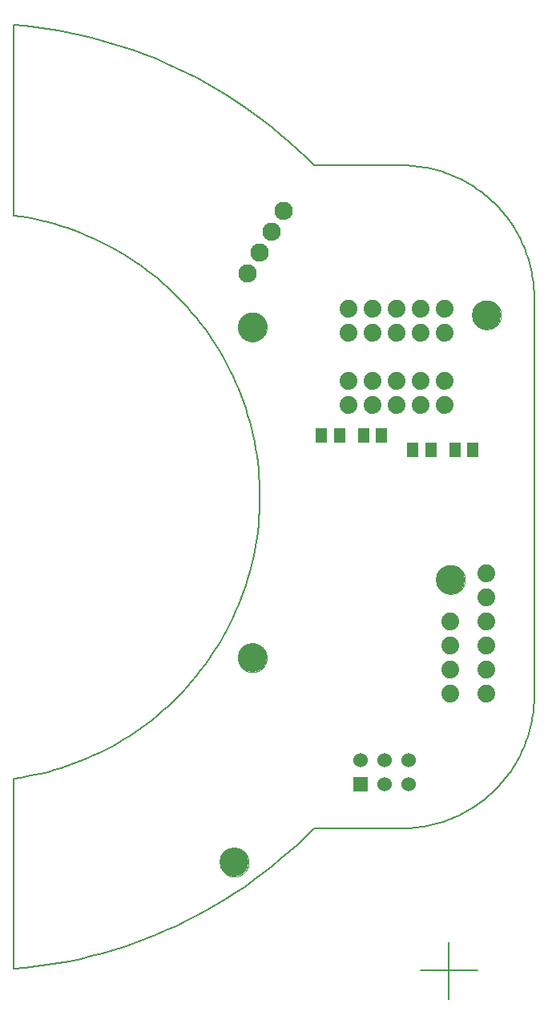
<source format=gbs>
G75*
%MOIN*%
%OFA0B0*%
%FSLAX25Y25*%
%IPPOS*%
%LPD*%
%AMOC8*
5,1,8,0,0,1.08239X$1,22.5*
%
%ADD10C,0.00600*%
%ADD11C,0.00000*%
%ADD12C,0.12000*%
%ADD13C,0.07400*%
%ADD14R,0.05118X0.05906*%
%ADD15R,0.06000X0.06000*%
%ADD16C,0.06000*%
%ADD17C,0.07600*%
D10*
X0001300Y0013742D02*
X0001300Y0092906D01*
X0001300Y0013742D02*
X0005974Y0014173D01*
X0010636Y0014716D01*
X0015284Y0015369D01*
X0019914Y0016133D01*
X0024526Y0017008D01*
X0029115Y0017992D01*
X0033680Y0019085D01*
X0038217Y0020287D01*
X0042724Y0021596D01*
X0047198Y0023013D01*
X0051638Y0024536D01*
X0056040Y0026164D01*
X0060402Y0027897D01*
X0064721Y0029733D01*
X0068996Y0031672D01*
X0073223Y0033712D01*
X0077400Y0035852D01*
X0081525Y0038091D01*
X0085595Y0040428D01*
X0089609Y0042862D01*
X0093563Y0045390D01*
X0097456Y0048012D01*
X0101285Y0050726D01*
X0105049Y0053531D01*
X0108744Y0056424D01*
X0112370Y0059405D01*
X0115923Y0062471D01*
X0119403Y0065621D01*
X0122806Y0068854D01*
X0126131Y0072166D01*
X0162717Y0072166D01*
X0182402Y0024922D02*
X0182402Y0001300D01*
X0170591Y0013111D02*
X0194213Y0013111D01*
X0217835Y0127284D02*
X0217835Y0292639D01*
X0217819Y0293971D01*
X0217771Y0295302D01*
X0217690Y0296631D01*
X0217578Y0297959D01*
X0217433Y0299283D01*
X0217257Y0300603D01*
X0217048Y0301919D01*
X0216808Y0303229D01*
X0216536Y0304533D01*
X0216233Y0305830D01*
X0215899Y0307119D01*
X0215534Y0308400D01*
X0215137Y0309671D01*
X0214710Y0310933D01*
X0214253Y0312184D01*
X0213766Y0313424D01*
X0213249Y0314651D01*
X0212702Y0315866D01*
X0212126Y0317067D01*
X0211522Y0318254D01*
X0210888Y0319425D01*
X0210227Y0320582D01*
X0209538Y0321721D01*
X0208822Y0322844D01*
X0208078Y0323950D01*
X0207308Y0325037D01*
X0206513Y0326105D01*
X0205691Y0327153D01*
X0204845Y0328181D01*
X0203973Y0329189D01*
X0203078Y0330175D01*
X0202159Y0331140D01*
X0201218Y0332081D01*
X0200253Y0333000D01*
X0199267Y0333895D01*
X0198259Y0334767D01*
X0197231Y0335613D01*
X0196183Y0336435D01*
X0195115Y0337230D01*
X0194028Y0338000D01*
X0192922Y0338744D01*
X0191799Y0339460D01*
X0190660Y0340149D01*
X0189503Y0340810D01*
X0188332Y0341444D01*
X0187145Y0342048D01*
X0185944Y0342624D01*
X0184729Y0343171D01*
X0183502Y0343688D01*
X0182262Y0344175D01*
X0181011Y0344632D01*
X0179749Y0345059D01*
X0178478Y0345456D01*
X0177197Y0345821D01*
X0175908Y0346155D01*
X0174611Y0346458D01*
X0173307Y0346730D01*
X0171997Y0346970D01*
X0170681Y0347179D01*
X0169361Y0347355D01*
X0168037Y0347500D01*
X0166709Y0347612D01*
X0165380Y0347693D01*
X0164049Y0347741D01*
X0162717Y0347757D01*
X0126131Y0347757D01*
X0217835Y0127284D02*
X0217819Y0125952D01*
X0217771Y0124621D01*
X0217690Y0123292D01*
X0217578Y0121964D01*
X0217433Y0120640D01*
X0217257Y0119320D01*
X0217048Y0118004D01*
X0216808Y0116694D01*
X0216536Y0115390D01*
X0216233Y0114093D01*
X0215899Y0112804D01*
X0215534Y0111523D01*
X0215137Y0110252D01*
X0214710Y0108990D01*
X0214253Y0107739D01*
X0213766Y0106499D01*
X0213249Y0105272D01*
X0212702Y0104057D01*
X0212126Y0102856D01*
X0211522Y0101669D01*
X0210888Y0100498D01*
X0210227Y0099341D01*
X0209538Y0098202D01*
X0208822Y0097079D01*
X0208078Y0095973D01*
X0207308Y0094886D01*
X0206513Y0093818D01*
X0205691Y0092770D01*
X0204845Y0091742D01*
X0203973Y0090734D01*
X0203078Y0089748D01*
X0202159Y0088783D01*
X0201218Y0087842D01*
X0200253Y0086923D01*
X0199267Y0086028D01*
X0198259Y0085156D01*
X0197231Y0084310D01*
X0196183Y0083488D01*
X0195115Y0082693D01*
X0194028Y0081923D01*
X0192922Y0081179D01*
X0191799Y0080463D01*
X0190660Y0079774D01*
X0189503Y0079113D01*
X0188332Y0078479D01*
X0187145Y0077875D01*
X0185944Y0077299D01*
X0184729Y0076752D01*
X0183502Y0076235D01*
X0182262Y0075748D01*
X0181011Y0075291D01*
X0179749Y0074864D01*
X0178478Y0074467D01*
X0177197Y0074102D01*
X0175908Y0073768D01*
X0174611Y0073465D01*
X0173307Y0073193D01*
X0171997Y0072953D01*
X0170681Y0072744D01*
X0169361Y0072568D01*
X0168037Y0072423D01*
X0166709Y0072311D01*
X0165380Y0072230D01*
X0164049Y0072182D01*
X0162717Y0072166D01*
X0001300Y0092906D02*
X0004146Y0093324D01*
X0006981Y0093811D01*
X0009804Y0094368D01*
X0012612Y0094993D01*
X0015404Y0095686D01*
X0018178Y0096447D01*
X0020933Y0097275D01*
X0023667Y0098170D01*
X0026378Y0099131D01*
X0029065Y0100159D01*
X0031727Y0101251D01*
X0034361Y0102408D01*
X0036965Y0103628D01*
X0039540Y0104912D01*
X0042082Y0106258D01*
X0044591Y0107666D01*
X0047065Y0109134D01*
X0049502Y0110662D01*
X0051902Y0112249D01*
X0054262Y0113894D01*
X0056581Y0115596D01*
X0058858Y0117353D01*
X0061092Y0119166D01*
X0063281Y0121033D01*
X0065424Y0122952D01*
X0067519Y0124923D01*
X0069566Y0126945D01*
X0071563Y0129016D01*
X0073509Y0131134D01*
X0075402Y0133300D01*
X0077243Y0135511D01*
X0079029Y0137766D01*
X0080759Y0140064D01*
X0082433Y0142404D01*
X0084050Y0144783D01*
X0085608Y0147201D01*
X0087107Y0149657D01*
X0088545Y0152148D01*
X0089923Y0154674D01*
X0091238Y0157232D01*
X0092491Y0159821D01*
X0093681Y0162441D01*
X0094806Y0165088D01*
X0095866Y0167763D01*
X0096861Y0170462D01*
X0097790Y0173184D01*
X0098653Y0175929D01*
X0099448Y0178693D01*
X0100176Y0181477D01*
X0100835Y0184277D01*
X0101427Y0187092D01*
X0101949Y0189921D01*
X0102403Y0192762D01*
X0102787Y0195612D01*
X0103102Y0198472D01*
X0103347Y0201338D01*
X0103522Y0204210D01*
X0103627Y0207084D01*
X0103662Y0209961D01*
X0103627Y0212838D01*
X0103522Y0215712D01*
X0103347Y0218584D01*
X0103102Y0221450D01*
X0102787Y0224310D01*
X0102403Y0227160D01*
X0101949Y0230001D01*
X0101427Y0232830D01*
X0100835Y0235645D01*
X0100176Y0238445D01*
X0099448Y0241229D01*
X0098653Y0243993D01*
X0097790Y0246738D01*
X0096861Y0249460D01*
X0095866Y0252159D01*
X0094806Y0254834D01*
X0093681Y0257481D01*
X0092491Y0260101D01*
X0091238Y0262690D01*
X0089923Y0265248D01*
X0088545Y0267774D01*
X0087107Y0270265D01*
X0085608Y0272721D01*
X0084050Y0275139D01*
X0082433Y0277518D01*
X0080759Y0279858D01*
X0079029Y0282156D01*
X0077243Y0284411D01*
X0075402Y0286622D01*
X0073509Y0288788D01*
X0071563Y0290906D01*
X0069566Y0292977D01*
X0067519Y0294999D01*
X0065424Y0296970D01*
X0063281Y0298889D01*
X0061092Y0300756D01*
X0058858Y0302569D01*
X0056581Y0304326D01*
X0054262Y0306028D01*
X0051902Y0307673D01*
X0049502Y0309260D01*
X0047065Y0310788D01*
X0044591Y0312256D01*
X0042082Y0313664D01*
X0039540Y0315010D01*
X0036965Y0316294D01*
X0034361Y0317514D01*
X0031727Y0318671D01*
X0029065Y0319763D01*
X0026378Y0320791D01*
X0023667Y0321752D01*
X0020933Y0322647D01*
X0018178Y0323475D01*
X0015404Y0324236D01*
X0012612Y0324929D01*
X0009804Y0325554D01*
X0006981Y0326111D01*
X0004146Y0326598D01*
X0001300Y0327016D01*
X0001300Y0327017D02*
X0001300Y0406220D01*
X0005974Y0405787D01*
X0010636Y0405244D01*
X0015285Y0404589D01*
X0019916Y0403823D01*
X0024528Y0402948D01*
X0029117Y0401962D01*
X0033682Y0400868D01*
X0038219Y0399665D01*
X0042726Y0398354D01*
X0047201Y0396936D01*
X0051641Y0395412D01*
X0056043Y0393782D01*
X0060405Y0392048D01*
X0064725Y0390210D01*
X0068999Y0388270D01*
X0073226Y0386229D01*
X0077403Y0384087D01*
X0081528Y0381847D01*
X0085598Y0379508D01*
X0089612Y0377074D01*
X0093566Y0374544D01*
X0097458Y0371921D01*
X0101288Y0369205D01*
X0105051Y0366400D01*
X0108746Y0363505D01*
X0112371Y0360523D01*
X0115924Y0357455D01*
X0119403Y0354304D01*
X0122806Y0351070D01*
X0126131Y0347756D01*
D11*
X0094552Y0280611D02*
X0094554Y0280765D01*
X0094560Y0280920D01*
X0094570Y0281074D01*
X0094584Y0281228D01*
X0094602Y0281381D01*
X0094623Y0281534D01*
X0094649Y0281687D01*
X0094679Y0281838D01*
X0094712Y0281989D01*
X0094750Y0282139D01*
X0094791Y0282288D01*
X0094836Y0282436D01*
X0094885Y0282582D01*
X0094938Y0282728D01*
X0094994Y0282871D01*
X0095054Y0283014D01*
X0095118Y0283154D01*
X0095185Y0283294D01*
X0095256Y0283431D01*
X0095330Y0283566D01*
X0095408Y0283700D01*
X0095489Y0283831D01*
X0095574Y0283960D01*
X0095662Y0284088D01*
X0095753Y0284212D01*
X0095847Y0284335D01*
X0095945Y0284455D01*
X0096045Y0284572D01*
X0096149Y0284687D01*
X0096255Y0284799D01*
X0096364Y0284908D01*
X0096476Y0285014D01*
X0096591Y0285118D01*
X0096708Y0285218D01*
X0096828Y0285316D01*
X0096951Y0285410D01*
X0097075Y0285501D01*
X0097203Y0285589D01*
X0097332Y0285674D01*
X0097463Y0285755D01*
X0097597Y0285833D01*
X0097732Y0285907D01*
X0097869Y0285978D01*
X0098009Y0286045D01*
X0098149Y0286109D01*
X0098292Y0286169D01*
X0098435Y0286225D01*
X0098581Y0286278D01*
X0098727Y0286327D01*
X0098875Y0286372D01*
X0099024Y0286413D01*
X0099174Y0286451D01*
X0099325Y0286484D01*
X0099476Y0286514D01*
X0099629Y0286540D01*
X0099782Y0286561D01*
X0099935Y0286579D01*
X0100089Y0286593D01*
X0100243Y0286603D01*
X0100398Y0286609D01*
X0100552Y0286611D01*
X0100706Y0286609D01*
X0100861Y0286603D01*
X0101015Y0286593D01*
X0101169Y0286579D01*
X0101322Y0286561D01*
X0101475Y0286540D01*
X0101628Y0286514D01*
X0101779Y0286484D01*
X0101930Y0286451D01*
X0102080Y0286413D01*
X0102229Y0286372D01*
X0102377Y0286327D01*
X0102523Y0286278D01*
X0102669Y0286225D01*
X0102812Y0286169D01*
X0102955Y0286109D01*
X0103095Y0286045D01*
X0103235Y0285978D01*
X0103372Y0285907D01*
X0103507Y0285833D01*
X0103641Y0285755D01*
X0103772Y0285674D01*
X0103901Y0285589D01*
X0104029Y0285501D01*
X0104153Y0285410D01*
X0104276Y0285316D01*
X0104396Y0285218D01*
X0104513Y0285118D01*
X0104628Y0285014D01*
X0104740Y0284908D01*
X0104849Y0284799D01*
X0104955Y0284687D01*
X0105059Y0284572D01*
X0105159Y0284455D01*
X0105257Y0284335D01*
X0105351Y0284212D01*
X0105442Y0284088D01*
X0105530Y0283960D01*
X0105615Y0283831D01*
X0105696Y0283700D01*
X0105774Y0283566D01*
X0105848Y0283431D01*
X0105919Y0283294D01*
X0105986Y0283154D01*
X0106050Y0283014D01*
X0106110Y0282871D01*
X0106166Y0282728D01*
X0106219Y0282582D01*
X0106268Y0282436D01*
X0106313Y0282288D01*
X0106354Y0282139D01*
X0106392Y0281989D01*
X0106425Y0281838D01*
X0106455Y0281687D01*
X0106481Y0281534D01*
X0106502Y0281381D01*
X0106520Y0281228D01*
X0106534Y0281074D01*
X0106544Y0280920D01*
X0106550Y0280765D01*
X0106552Y0280611D01*
X0106550Y0280457D01*
X0106544Y0280302D01*
X0106534Y0280148D01*
X0106520Y0279994D01*
X0106502Y0279841D01*
X0106481Y0279688D01*
X0106455Y0279535D01*
X0106425Y0279384D01*
X0106392Y0279233D01*
X0106354Y0279083D01*
X0106313Y0278934D01*
X0106268Y0278786D01*
X0106219Y0278640D01*
X0106166Y0278494D01*
X0106110Y0278351D01*
X0106050Y0278208D01*
X0105986Y0278068D01*
X0105919Y0277928D01*
X0105848Y0277791D01*
X0105774Y0277656D01*
X0105696Y0277522D01*
X0105615Y0277391D01*
X0105530Y0277262D01*
X0105442Y0277134D01*
X0105351Y0277010D01*
X0105257Y0276887D01*
X0105159Y0276767D01*
X0105059Y0276650D01*
X0104955Y0276535D01*
X0104849Y0276423D01*
X0104740Y0276314D01*
X0104628Y0276208D01*
X0104513Y0276104D01*
X0104396Y0276004D01*
X0104276Y0275906D01*
X0104153Y0275812D01*
X0104029Y0275721D01*
X0103901Y0275633D01*
X0103772Y0275548D01*
X0103641Y0275467D01*
X0103507Y0275389D01*
X0103372Y0275315D01*
X0103235Y0275244D01*
X0103095Y0275177D01*
X0102955Y0275113D01*
X0102812Y0275053D01*
X0102669Y0274997D01*
X0102523Y0274944D01*
X0102377Y0274895D01*
X0102229Y0274850D01*
X0102080Y0274809D01*
X0101930Y0274771D01*
X0101779Y0274738D01*
X0101628Y0274708D01*
X0101475Y0274682D01*
X0101322Y0274661D01*
X0101169Y0274643D01*
X0101015Y0274629D01*
X0100861Y0274619D01*
X0100706Y0274613D01*
X0100552Y0274611D01*
X0100398Y0274613D01*
X0100243Y0274619D01*
X0100089Y0274629D01*
X0099935Y0274643D01*
X0099782Y0274661D01*
X0099629Y0274682D01*
X0099476Y0274708D01*
X0099325Y0274738D01*
X0099174Y0274771D01*
X0099024Y0274809D01*
X0098875Y0274850D01*
X0098727Y0274895D01*
X0098581Y0274944D01*
X0098435Y0274997D01*
X0098292Y0275053D01*
X0098149Y0275113D01*
X0098009Y0275177D01*
X0097869Y0275244D01*
X0097732Y0275315D01*
X0097597Y0275389D01*
X0097463Y0275467D01*
X0097332Y0275548D01*
X0097203Y0275633D01*
X0097075Y0275721D01*
X0096951Y0275812D01*
X0096828Y0275906D01*
X0096708Y0276004D01*
X0096591Y0276104D01*
X0096476Y0276208D01*
X0096364Y0276314D01*
X0096255Y0276423D01*
X0096149Y0276535D01*
X0096045Y0276650D01*
X0095945Y0276767D01*
X0095847Y0276887D01*
X0095753Y0277010D01*
X0095662Y0277134D01*
X0095574Y0277262D01*
X0095489Y0277391D01*
X0095408Y0277522D01*
X0095330Y0277656D01*
X0095256Y0277791D01*
X0095185Y0277928D01*
X0095118Y0278068D01*
X0095054Y0278208D01*
X0094994Y0278351D01*
X0094938Y0278494D01*
X0094885Y0278640D01*
X0094836Y0278786D01*
X0094791Y0278934D01*
X0094750Y0279083D01*
X0094712Y0279233D01*
X0094679Y0279384D01*
X0094649Y0279535D01*
X0094623Y0279688D01*
X0094602Y0279841D01*
X0094584Y0279994D01*
X0094570Y0280148D01*
X0094560Y0280302D01*
X0094554Y0280457D01*
X0094552Y0280611D01*
X0094552Y0143111D02*
X0094554Y0143265D01*
X0094560Y0143420D01*
X0094570Y0143574D01*
X0094584Y0143728D01*
X0094602Y0143881D01*
X0094623Y0144034D01*
X0094649Y0144187D01*
X0094679Y0144338D01*
X0094712Y0144489D01*
X0094750Y0144639D01*
X0094791Y0144788D01*
X0094836Y0144936D01*
X0094885Y0145082D01*
X0094938Y0145228D01*
X0094994Y0145371D01*
X0095054Y0145514D01*
X0095118Y0145654D01*
X0095185Y0145794D01*
X0095256Y0145931D01*
X0095330Y0146066D01*
X0095408Y0146200D01*
X0095489Y0146331D01*
X0095574Y0146460D01*
X0095662Y0146588D01*
X0095753Y0146712D01*
X0095847Y0146835D01*
X0095945Y0146955D01*
X0096045Y0147072D01*
X0096149Y0147187D01*
X0096255Y0147299D01*
X0096364Y0147408D01*
X0096476Y0147514D01*
X0096591Y0147618D01*
X0096708Y0147718D01*
X0096828Y0147816D01*
X0096951Y0147910D01*
X0097075Y0148001D01*
X0097203Y0148089D01*
X0097332Y0148174D01*
X0097463Y0148255D01*
X0097597Y0148333D01*
X0097732Y0148407D01*
X0097869Y0148478D01*
X0098009Y0148545D01*
X0098149Y0148609D01*
X0098292Y0148669D01*
X0098435Y0148725D01*
X0098581Y0148778D01*
X0098727Y0148827D01*
X0098875Y0148872D01*
X0099024Y0148913D01*
X0099174Y0148951D01*
X0099325Y0148984D01*
X0099476Y0149014D01*
X0099629Y0149040D01*
X0099782Y0149061D01*
X0099935Y0149079D01*
X0100089Y0149093D01*
X0100243Y0149103D01*
X0100398Y0149109D01*
X0100552Y0149111D01*
X0100706Y0149109D01*
X0100861Y0149103D01*
X0101015Y0149093D01*
X0101169Y0149079D01*
X0101322Y0149061D01*
X0101475Y0149040D01*
X0101628Y0149014D01*
X0101779Y0148984D01*
X0101930Y0148951D01*
X0102080Y0148913D01*
X0102229Y0148872D01*
X0102377Y0148827D01*
X0102523Y0148778D01*
X0102669Y0148725D01*
X0102812Y0148669D01*
X0102955Y0148609D01*
X0103095Y0148545D01*
X0103235Y0148478D01*
X0103372Y0148407D01*
X0103507Y0148333D01*
X0103641Y0148255D01*
X0103772Y0148174D01*
X0103901Y0148089D01*
X0104029Y0148001D01*
X0104153Y0147910D01*
X0104276Y0147816D01*
X0104396Y0147718D01*
X0104513Y0147618D01*
X0104628Y0147514D01*
X0104740Y0147408D01*
X0104849Y0147299D01*
X0104955Y0147187D01*
X0105059Y0147072D01*
X0105159Y0146955D01*
X0105257Y0146835D01*
X0105351Y0146712D01*
X0105442Y0146588D01*
X0105530Y0146460D01*
X0105615Y0146331D01*
X0105696Y0146200D01*
X0105774Y0146066D01*
X0105848Y0145931D01*
X0105919Y0145794D01*
X0105986Y0145654D01*
X0106050Y0145514D01*
X0106110Y0145371D01*
X0106166Y0145228D01*
X0106219Y0145082D01*
X0106268Y0144936D01*
X0106313Y0144788D01*
X0106354Y0144639D01*
X0106392Y0144489D01*
X0106425Y0144338D01*
X0106455Y0144187D01*
X0106481Y0144034D01*
X0106502Y0143881D01*
X0106520Y0143728D01*
X0106534Y0143574D01*
X0106544Y0143420D01*
X0106550Y0143265D01*
X0106552Y0143111D01*
X0106550Y0142957D01*
X0106544Y0142802D01*
X0106534Y0142648D01*
X0106520Y0142494D01*
X0106502Y0142341D01*
X0106481Y0142188D01*
X0106455Y0142035D01*
X0106425Y0141884D01*
X0106392Y0141733D01*
X0106354Y0141583D01*
X0106313Y0141434D01*
X0106268Y0141286D01*
X0106219Y0141140D01*
X0106166Y0140994D01*
X0106110Y0140851D01*
X0106050Y0140708D01*
X0105986Y0140568D01*
X0105919Y0140428D01*
X0105848Y0140291D01*
X0105774Y0140156D01*
X0105696Y0140022D01*
X0105615Y0139891D01*
X0105530Y0139762D01*
X0105442Y0139634D01*
X0105351Y0139510D01*
X0105257Y0139387D01*
X0105159Y0139267D01*
X0105059Y0139150D01*
X0104955Y0139035D01*
X0104849Y0138923D01*
X0104740Y0138814D01*
X0104628Y0138708D01*
X0104513Y0138604D01*
X0104396Y0138504D01*
X0104276Y0138406D01*
X0104153Y0138312D01*
X0104029Y0138221D01*
X0103901Y0138133D01*
X0103772Y0138048D01*
X0103641Y0137967D01*
X0103507Y0137889D01*
X0103372Y0137815D01*
X0103235Y0137744D01*
X0103095Y0137677D01*
X0102955Y0137613D01*
X0102812Y0137553D01*
X0102669Y0137497D01*
X0102523Y0137444D01*
X0102377Y0137395D01*
X0102229Y0137350D01*
X0102080Y0137309D01*
X0101930Y0137271D01*
X0101779Y0137238D01*
X0101628Y0137208D01*
X0101475Y0137182D01*
X0101322Y0137161D01*
X0101169Y0137143D01*
X0101015Y0137129D01*
X0100861Y0137119D01*
X0100706Y0137113D01*
X0100552Y0137111D01*
X0100398Y0137113D01*
X0100243Y0137119D01*
X0100089Y0137129D01*
X0099935Y0137143D01*
X0099782Y0137161D01*
X0099629Y0137182D01*
X0099476Y0137208D01*
X0099325Y0137238D01*
X0099174Y0137271D01*
X0099024Y0137309D01*
X0098875Y0137350D01*
X0098727Y0137395D01*
X0098581Y0137444D01*
X0098435Y0137497D01*
X0098292Y0137553D01*
X0098149Y0137613D01*
X0098009Y0137677D01*
X0097869Y0137744D01*
X0097732Y0137815D01*
X0097597Y0137889D01*
X0097463Y0137967D01*
X0097332Y0138048D01*
X0097203Y0138133D01*
X0097075Y0138221D01*
X0096951Y0138312D01*
X0096828Y0138406D01*
X0096708Y0138504D01*
X0096591Y0138604D01*
X0096476Y0138708D01*
X0096364Y0138814D01*
X0096255Y0138923D01*
X0096149Y0139035D01*
X0096045Y0139150D01*
X0095945Y0139267D01*
X0095847Y0139387D01*
X0095753Y0139510D01*
X0095662Y0139634D01*
X0095574Y0139762D01*
X0095489Y0139891D01*
X0095408Y0140022D01*
X0095330Y0140156D01*
X0095256Y0140291D01*
X0095185Y0140428D01*
X0095118Y0140568D01*
X0095054Y0140708D01*
X0094994Y0140851D01*
X0094938Y0140994D01*
X0094885Y0141140D01*
X0094836Y0141286D01*
X0094791Y0141434D01*
X0094750Y0141583D01*
X0094712Y0141733D01*
X0094679Y0141884D01*
X0094649Y0142035D01*
X0094623Y0142188D01*
X0094602Y0142341D01*
X0094584Y0142494D01*
X0094570Y0142648D01*
X0094560Y0142802D01*
X0094554Y0142957D01*
X0094552Y0143111D01*
X0087052Y0058111D02*
X0087054Y0058265D01*
X0087060Y0058420D01*
X0087070Y0058574D01*
X0087084Y0058728D01*
X0087102Y0058881D01*
X0087123Y0059034D01*
X0087149Y0059187D01*
X0087179Y0059338D01*
X0087212Y0059489D01*
X0087250Y0059639D01*
X0087291Y0059788D01*
X0087336Y0059936D01*
X0087385Y0060082D01*
X0087438Y0060228D01*
X0087494Y0060371D01*
X0087554Y0060514D01*
X0087618Y0060654D01*
X0087685Y0060794D01*
X0087756Y0060931D01*
X0087830Y0061066D01*
X0087908Y0061200D01*
X0087989Y0061331D01*
X0088074Y0061460D01*
X0088162Y0061588D01*
X0088253Y0061712D01*
X0088347Y0061835D01*
X0088445Y0061955D01*
X0088545Y0062072D01*
X0088649Y0062187D01*
X0088755Y0062299D01*
X0088864Y0062408D01*
X0088976Y0062514D01*
X0089091Y0062618D01*
X0089208Y0062718D01*
X0089328Y0062816D01*
X0089451Y0062910D01*
X0089575Y0063001D01*
X0089703Y0063089D01*
X0089832Y0063174D01*
X0089963Y0063255D01*
X0090097Y0063333D01*
X0090232Y0063407D01*
X0090369Y0063478D01*
X0090509Y0063545D01*
X0090649Y0063609D01*
X0090792Y0063669D01*
X0090935Y0063725D01*
X0091081Y0063778D01*
X0091227Y0063827D01*
X0091375Y0063872D01*
X0091524Y0063913D01*
X0091674Y0063951D01*
X0091825Y0063984D01*
X0091976Y0064014D01*
X0092129Y0064040D01*
X0092282Y0064061D01*
X0092435Y0064079D01*
X0092589Y0064093D01*
X0092743Y0064103D01*
X0092898Y0064109D01*
X0093052Y0064111D01*
X0093206Y0064109D01*
X0093361Y0064103D01*
X0093515Y0064093D01*
X0093669Y0064079D01*
X0093822Y0064061D01*
X0093975Y0064040D01*
X0094128Y0064014D01*
X0094279Y0063984D01*
X0094430Y0063951D01*
X0094580Y0063913D01*
X0094729Y0063872D01*
X0094877Y0063827D01*
X0095023Y0063778D01*
X0095169Y0063725D01*
X0095312Y0063669D01*
X0095455Y0063609D01*
X0095595Y0063545D01*
X0095735Y0063478D01*
X0095872Y0063407D01*
X0096007Y0063333D01*
X0096141Y0063255D01*
X0096272Y0063174D01*
X0096401Y0063089D01*
X0096529Y0063001D01*
X0096653Y0062910D01*
X0096776Y0062816D01*
X0096896Y0062718D01*
X0097013Y0062618D01*
X0097128Y0062514D01*
X0097240Y0062408D01*
X0097349Y0062299D01*
X0097455Y0062187D01*
X0097559Y0062072D01*
X0097659Y0061955D01*
X0097757Y0061835D01*
X0097851Y0061712D01*
X0097942Y0061588D01*
X0098030Y0061460D01*
X0098115Y0061331D01*
X0098196Y0061200D01*
X0098274Y0061066D01*
X0098348Y0060931D01*
X0098419Y0060794D01*
X0098486Y0060654D01*
X0098550Y0060514D01*
X0098610Y0060371D01*
X0098666Y0060228D01*
X0098719Y0060082D01*
X0098768Y0059936D01*
X0098813Y0059788D01*
X0098854Y0059639D01*
X0098892Y0059489D01*
X0098925Y0059338D01*
X0098955Y0059187D01*
X0098981Y0059034D01*
X0099002Y0058881D01*
X0099020Y0058728D01*
X0099034Y0058574D01*
X0099044Y0058420D01*
X0099050Y0058265D01*
X0099052Y0058111D01*
X0099050Y0057957D01*
X0099044Y0057802D01*
X0099034Y0057648D01*
X0099020Y0057494D01*
X0099002Y0057341D01*
X0098981Y0057188D01*
X0098955Y0057035D01*
X0098925Y0056884D01*
X0098892Y0056733D01*
X0098854Y0056583D01*
X0098813Y0056434D01*
X0098768Y0056286D01*
X0098719Y0056140D01*
X0098666Y0055994D01*
X0098610Y0055851D01*
X0098550Y0055708D01*
X0098486Y0055568D01*
X0098419Y0055428D01*
X0098348Y0055291D01*
X0098274Y0055156D01*
X0098196Y0055022D01*
X0098115Y0054891D01*
X0098030Y0054762D01*
X0097942Y0054634D01*
X0097851Y0054510D01*
X0097757Y0054387D01*
X0097659Y0054267D01*
X0097559Y0054150D01*
X0097455Y0054035D01*
X0097349Y0053923D01*
X0097240Y0053814D01*
X0097128Y0053708D01*
X0097013Y0053604D01*
X0096896Y0053504D01*
X0096776Y0053406D01*
X0096653Y0053312D01*
X0096529Y0053221D01*
X0096401Y0053133D01*
X0096272Y0053048D01*
X0096141Y0052967D01*
X0096007Y0052889D01*
X0095872Y0052815D01*
X0095735Y0052744D01*
X0095595Y0052677D01*
X0095455Y0052613D01*
X0095312Y0052553D01*
X0095169Y0052497D01*
X0095023Y0052444D01*
X0094877Y0052395D01*
X0094729Y0052350D01*
X0094580Y0052309D01*
X0094430Y0052271D01*
X0094279Y0052238D01*
X0094128Y0052208D01*
X0093975Y0052182D01*
X0093822Y0052161D01*
X0093669Y0052143D01*
X0093515Y0052129D01*
X0093361Y0052119D01*
X0093206Y0052113D01*
X0093052Y0052111D01*
X0092898Y0052113D01*
X0092743Y0052119D01*
X0092589Y0052129D01*
X0092435Y0052143D01*
X0092282Y0052161D01*
X0092129Y0052182D01*
X0091976Y0052208D01*
X0091825Y0052238D01*
X0091674Y0052271D01*
X0091524Y0052309D01*
X0091375Y0052350D01*
X0091227Y0052395D01*
X0091081Y0052444D01*
X0090935Y0052497D01*
X0090792Y0052553D01*
X0090649Y0052613D01*
X0090509Y0052677D01*
X0090369Y0052744D01*
X0090232Y0052815D01*
X0090097Y0052889D01*
X0089963Y0052967D01*
X0089832Y0053048D01*
X0089703Y0053133D01*
X0089575Y0053221D01*
X0089451Y0053312D01*
X0089328Y0053406D01*
X0089208Y0053504D01*
X0089091Y0053604D01*
X0088976Y0053708D01*
X0088864Y0053814D01*
X0088755Y0053923D01*
X0088649Y0054035D01*
X0088545Y0054150D01*
X0088445Y0054267D01*
X0088347Y0054387D01*
X0088253Y0054510D01*
X0088162Y0054634D01*
X0088074Y0054762D01*
X0087989Y0054891D01*
X0087908Y0055022D01*
X0087830Y0055156D01*
X0087756Y0055291D01*
X0087685Y0055428D01*
X0087618Y0055568D01*
X0087554Y0055708D01*
X0087494Y0055851D01*
X0087438Y0055994D01*
X0087385Y0056140D01*
X0087336Y0056286D01*
X0087291Y0056434D01*
X0087250Y0056583D01*
X0087212Y0056733D01*
X0087179Y0056884D01*
X0087149Y0057035D01*
X0087123Y0057188D01*
X0087102Y0057341D01*
X0087084Y0057494D01*
X0087070Y0057648D01*
X0087060Y0057802D01*
X0087054Y0057957D01*
X0087052Y0058111D01*
X0177052Y0175611D02*
X0177054Y0175765D01*
X0177060Y0175920D01*
X0177070Y0176074D01*
X0177084Y0176228D01*
X0177102Y0176381D01*
X0177123Y0176534D01*
X0177149Y0176687D01*
X0177179Y0176838D01*
X0177212Y0176989D01*
X0177250Y0177139D01*
X0177291Y0177288D01*
X0177336Y0177436D01*
X0177385Y0177582D01*
X0177438Y0177728D01*
X0177494Y0177871D01*
X0177554Y0178014D01*
X0177618Y0178154D01*
X0177685Y0178294D01*
X0177756Y0178431D01*
X0177830Y0178566D01*
X0177908Y0178700D01*
X0177989Y0178831D01*
X0178074Y0178960D01*
X0178162Y0179088D01*
X0178253Y0179212D01*
X0178347Y0179335D01*
X0178445Y0179455D01*
X0178545Y0179572D01*
X0178649Y0179687D01*
X0178755Y0179799D01*
X0178864Y0179908D01*
X0178976Y0180014D01*
X0179091Y0180118D01*
X0179208Y0180218D01*
X0179328Y0180316D01*
X0179451Y0180410D01*
X0179575Y0180501D01*
X0179703Y0180589D01*
X0179832Y0180674D01*
X0179963Y0180755D01*
X0180097Y0180833D01*
X0180232Y0180907D01*
X0180369Y0180978D01*
X0180509Y0181045D01*
X0180649Y0181109D01*
X0180792Y0181169D01*
X0180935Y0181225D01*
X0181081Y0181278D01*
X0181227Y0181327D01*
X0181375Y0181372D01*
X0181524Y0181413D01*
X0181674Y0181451D01*
X0181825Y0181484D01*
X0181976Y0181514D01*
X0182129Y0181540D01*
X0182282Y0181561D01*
X0182435Y0181579D01*
X0182589Y0181593D01*
X0182743Y0181603D01*
X0182898Y0181609D01*
X0183052Y0181611D01*
X0183206Y0181609D01*
X0183361Y0181603D01*
X0183515Y0181593D01*
X0183669Y0181579D01*
X0183822Y0181561D01*
X0183975Y0181540D01*
X0184128Y0181514D01*
X0184279Y0181484D01*
X0184430Y0181451D01*
X0184580Y0181413D01*
X0184729Y0181372D01*
X0184877Y0181327D01*
X0185023Y0181278D01*
X0185169Y0181225D01*
X0185312Y0181169D01*
X0185455Y0181109D01*
X0185595Y0181045D01*
X0185735Y0180978D01*
X0185872Y0180907D01*
X0186007Y0180833D01*
X0186141Y0180755D01*
X0186272Y0180674D01*
X0186401Y0180589D01*
X0186529Y0180501D01*
X0186653Y0180410D01*
X0186776Y0180316D01*
X0186896Y0180218D01*
X0187013Y0180118D01*
X0187128Y0180014D01*
X0187240Y0179908D01*
X0187349Y0179799D01*
X0187455Y0179687D01*
X0187559Y0179572D01*
X0187659Y0179455D01*
X0187757Y0179335D01*
X0187851Y0179212D01*
X0187942Y0179088D01*
X0188030Y0178960D01*
X0188115Y0178831D01*
X0188196Y0178700D01*
X0188274Y0178566D01*
X0188348Y0178431D01*
X0188419Y0178294D01*
X0188486Y0178154D01*
X0188550Y0178014D01*
X0188610Y0177871D01*
X0188666Y0177728D01*
X0188719Y0177582D01*
X0188768Y0177436D01*
X0188813Y0177288D01*
X0188854Y0177139D01*
X0188892Y0176989D01*
X0188925Y0176838D01*
X0188955Y0176687D01*
X0188981Y0176534D01*
X0189002Y0176381D01*
X0189020Y0176228D01*
X0189034Y0176074D01*
X0189044Y0175920D01*
X0189050Y0175765D01*
X0189052Y0175611D01*
X0189050Y0175457D01*
X0189044Y0175302D01*
X0189034Y0175148D01*
X0189020Y0174994D01*
X0189002Y0174841D01*
X0188981Y0174688D01*
X0188955Y0174535D01*
X0188925Y0174384D01*
X0188892Y0174233D01*
X0188854Y0174083D01*
X0188813Y0173934D01*
X0188768Y0173786D01*
X0188719Y0173640D01*
X0188666Y0173494D01*
X0188610Y0173351D01*
X0188550Y0173208D01*
X0188486Y0173068D01*
X0188419Y0172928D01*
X0188348Y0172791D01*
X0188274Y0172656D01*
X0188196Y0172522D01*
X0188115Y0172391D01*
X0188030Y0172262D01*
X0187942Y0172134D01*
X0187851Y0172010D01*
X0187757Y0171887D01*
X0187659Y0171767D01*
X0187559Y0171650D01*
X0187455Y0171535D01*
X0187349Y0171423D01*
X0187240Y0171314D01*
X0187128Y0171208D01*
X0187013Y0171104D01*
X0186896Y0171004D01*
X0186776Y0170906D01*
X0186653Y0170812D01*
X0186529Y0170721D01*
X0186401Y0170633D01*
X0186272Y0170548D01*
X0186141Y0170467D01*
X0186007Y0170389D01*
X0185872Y0170315D01*
X0185735Y0170244D01*
X0185595Y0170177D01*
X0185455Y0170113D01*
X0185312Y0170053D01*
X0185169Y0169997D01*
X0185023Y0169944D01*
X0184877Y0169895D01*
X0184729Y0169850D01*
X0184580Y0169809D01*
X0184430Y0169771D01*
X0184279Y0169738D01*
X0184128Y0169708D01*
X0183975Y0169682D01*
X0183822Y0169661D01*
X0183669Y0169643D01*
X0183515Y0169629D01*
X0183361Y0169619D01*
X0183206Y0169613D01*
X0183052Y0169611D01*
X0182898Y0169613D01*
X0182743Y0169619D01*
X0182589Y0169629D01*
X0182435Y0169643D01*
X0182282Y0169661D01*
X0182129Y0169682D01*
X0181976Y0169708D01*
X0181825Y0169738D01*
X0181674Y0169771D01*
X0181524Y0169809D01*
X0181375Y0169850D01*
X0181227Y0169895D01*
X0181081Y0169944D01*
X0180935Y0169997D01*
X0180792Y0170053D01*
X0180649Y0170113D01*
X0180509Y0170177D01*
X0180369Y0170244D01*
X0180232Y0170315D01*
X0180097Y0170389D01*
X0179963Y0170467D01*
X0179832Y0170548D01*
X0179703Y0170633D01*
X0179575Y0170721D01*
X0179451Y0170812D01*
X0179328Y0170906D01*
X0179208Y0171004D01*
X0179091Y0171104D01*
X0178976Y0171208D01*
X0178864Y0171314D01*
X0178755Y0171423D01*
X0178649Y0171535D01*
X0178545Y0171650D01*
X0178445Y0171767D01*
X0178347Y0171887D01*
X0178253Y0172010D01*
X0178162Y0172134D01*
X0178074Y0172262D01*
X0177989Y0172391D01*
X0177908Y0172522D01*
X0177830Y0172656D01*
X0177756Y0172791D01*
X0177685Y0172928D01*
X0177618Y0173068D01*
X0177554Y0173208D01*
X0177494Y0173351D01*
X0177438Y0173494D01*
X0177385Y0173640D01*
X0177336Y0173786D01*
X0177291Y0173934D01*
X0177250Y0174083D01*
X0177212Y0174233D01*
X0177179Y0174384D01*
X0177149Y0174535D01*
X0177123Y0174688D01*
X0177102Y0174841D01*
X0177084Y0174994D01*
X0177070Y0175148D01*
X0177060Y0175302D01*
X0177054Y0175457D01*
X0177052Y0175611D01*
X0192052Y0285611D02*
X0192054Y0285765D01*
X0192060Y0285920D01*
X0192070Y0286074D01*
X0192084Y0286228D01*
X0192102Y0286381D01*
X0192123Y0286534D01*
X0192149Y0286687D01*
X0192179Y0286838D01*
X0192212Y0286989D01*
X0192250Y0287139D01*
X0192291Y0287288D01*
X0192336Y0287436D01*
X0192385Y0287582D01*
X0192438Y0287728D01*
X0192494Y0287871D01*
X0192554Y0288014D01*
X0192618Y0288154D01*
X0192685Y0288294D01*
X0192756Y0288431D01*
X0192830Y0288566D01*
X0192908Y0288700D01*
X0192989Y0288831D01*
X0193074Y0288960D01*
X0193162Y0289088D01*
X0193253Y0289212D01*
X0193347Y0289335D01*
X0193445Y0289455D01*
X0193545Y0289572D01*
X0193649Y0289687D01*
X0193755Y0289799D01*
X0193864Y0289908D01*
X0193976Y0290014D01*
X0194091Y0290118D01*
X0194208Y0290218D01*
X0194328Y0290316D01*
X0194451Y0290410D01*
X0194575Y0290501D01*
X0194703Y0290589D01*
X0194832Y0290674D01*
X0194963Y0290755D01*
X0195097Y0290833D01*
X0195232Y0290907D01*
X0195369Y0290978D01*
X0195509Y0291045D01*
X0195649Y0291109D01*
X0195792Y0291169D01*
X0195935Y0291225D01*
X0196081Y0291278D01*
X0196227Y0291327D01*
X0196375Y0291372D01*
X0196524Y0291413D01*
X0196674Y0291451D01*
X0196825Y0291484D01*
X0196976Y0291514D01*
X0197129Y0291540D01*
X0197282Y0291561D01*
X0197435Y0291579D01*
X0197589Y0291593D01*
X0197743Y0291603D01*
X0197898Y0291609D01*
X0198052Y0291611D01*
X0198206Y0291609D01*
X0198361Y0291603D01*
X0198515Y0291593D01*
X0198669Y0291579D01*
X0198822Y0291561D01*
X0198975Y0291540D01*
X0199128Y0291514D01*
X0199279Y0291484D01*
X0199430Y0291451D01*
X0199580Y0291413D01*
X0199729Y0291372D01*
X0199877Y0291327D01*
X0200023Y0291278D01*
X0200169Y0291225D01*
X0200312Y0291169D01*
X0200455Y0291109D01*
X0200595Y0291045D01*
X0200735Y0290978D01*
X0200872Y0290907D01*
X0201007Y0290833D01*
X0201141Y0290755D01*
X0201272Y0290674D01*
X0201401Y0290589D01*
X0201529Y0290501D01*
X0201653Y0290410D01*
X0201776Y0290316D01*
X0201896Y0290218D01*
X0202013Y0290118D01*
X0202128Y0290014D01*
X0202240Y0289908D01*
X0202349Y0289799D01*
X0202455Y0289687D01*
X0202559Y0289572D01*
X0202659Y0289455D01*
X0202757Y0289335D01*
X0202851Y0289212D01*
X0202942Y0289088D01*
X0203030Y0288960D01*
X0203115Y0288831D01*
X0203196Y0288700D01*
X0203274Y0288566D01*
X0203348Y0288431D01*
X0203419Y0288294D01*
X0203486Y0288154D01*
X0203550Y0288014D01*
X0203610Y0287871D01*
X0203666Y0287728D01*
X0203719Y0287582D01*
X0203768Y0287436D01*
X0203813Y0287288D01*
X0203854Y0287139D01*
X0203892Y0286989D01*
X0203925Y0286838D01*
X0203955Y0286687D01*
X0203981Y0286534D01*
X0204002Y0286381D01*
X0204020Y0286228D01*
X0204034Y0286074D01*
X0204044Y0285920D01*
X0204050Y0285765D01*
X0204052Y0285611D01*
X0204050Y0285457D01*
X0204044Y0285302D01*
X0204034Y0285148D01*
X0204020Y0284994D01*
X0204002Y0284841D01*
X0203981Y0284688D01*
X0203955Y0284535D01*
X0203925Y0284384D01*
X0203892Y0284233D01*
X0203854Y0284083D01*
X0203813Y0283934D01*
X0203768Y0283786D01*
X0203719Y0283640D01*
X0203666Y0283494D01*
X0203610Y0283351D01*
X0203550Y0283208D01*
X0203486Y0283068D01*
X0203419Y0282928D01*
X0203348Y0282791D01*
X0203274Y0282656D01*
X0203196Y0282522D01*
X0203115Y0282391D01*
X0203030Y0282262D01*
X0202942Y0282134D01*
X0202851Y0282010D01*
X0202757Y0281887D01*
X0202659Y0281767D01*
X0202559Y0281650D01*
X0202455Y0281535D01*
X0202349Y0281423D01*
X0202240Y0281314D01*
X0202128Y0281208D01*
X0202013Y0281104D01*
X0201896Y0281004D01*
X0201776Y0280906D01*
X0201653Y0280812D01*
X0201529Y0280721D01*
X0201401Y0280633D01*
X0201272Y0280548D01*
X0201141Y0280467D01*
X0201007Y0280389D01*
X0200872Y0280315D01*
X0200735Y0280244D01*
X0200595Y0280177D01*
X0200455Y0280113D01*
X0200312Y0280053D01*
X0200169Y0279997D01*
X0200023Y0279944D01*
X0199877Y0279895D01*
X0199729Y0279850D01*
X0199580Y0279809D01*
X0199430Y0279771D01*
X0199279Y0279738D01*
X0199128Y0279708D01*
X0198975Y0279682D01*
X0198822Y0279661D01*
X0198669Y0279643D01*
X0198515Y0279629D01*
X0198361Y0279619D01*
X0198206Y0279613D01*
X0198052Y0279611D01*
X0197898Y0279613D01*
X0197743Y0279619D01*
X0197589Y0279629D01*
X0197435Y0279643D01*
X0197282Y0279661D01*
X0197129Y0279682D01*
X0196976Y0279708D01*
X0196825Y0279738D01*
X0196674Y0279771D01*
X0196524Y0279809D01*
X0196375Y0279850D01*
X0196227Y0279895D01*
X0196081Y0279944D01*
X0195935Y0279997D01*
X0195792Y0280053D01*
X0195649Y0280113D01*
X0195509Y0280177D01*
X0195369Y0280244D01*
X0195232Y0280315D01*
X0195097Y0280389D01*
X0194963Y0280467D01*
X0194832Y0280548D01*
X0194703Y0280633D01*
X0194575Y0280721D01*
X0194451Y0280812D01*
X0194328Y0280906D01*
X0194208Y0281004D01*
X0194091Y0281104D01*
X0193976Y0281208D01*
X0193864Y0281314D01*
X0193755Y0281423D01*
X0193649Y0281535D01*
X0193545Y0281650D01*
X0193445Y0281767D01*
X0193347Y0281887D01*
X0193253Y0282010D01*
X0193162Y0282134D01*
X0193074Y0282262D01*
X0192989Y0282391D01*
X0192908Y0282522D01*
X0192830Y0282656D01*
X0192756Y0282791D01*
X0192685Y0282928D01*
X0192618Y0283068D01*
X0192554Y0283208D01*
X0192494Y0283351D01*
X0192438Y0283494D01*
X0192385Y0283640D01*
X0192336Y0283786D01*
X0192291Y0283934D01*
X0192250Y0284083D01*
X0192212Y0284233D01*
X0192179Y0284384D01*
X0192149Y0284535D01*
X0192123Y0284688D01*
X0192102Y0284841D01*
X0192084Y0284994D01*
X0192070Y0285148D01*
X0192060Y0285302D01*
X0192054Y0285457D01*
X0192052Y0285611D01*
D12*
X0198052Y0285611D03*
X0183052Y0175611D03*
X0100552Y0143111D03*
X0093052Y0058111D03*
X0100552Y0280611D03*
D13*
X0140552Y0278111D03*
X0140552Y0288111D03*
X0150552Y0288111D03*
X0150552Y0278111D03*
X0160552Y0278111D03*
X0160552Y0288111D03*
X0170552Y0288111D03*
X0170552Y0278111D03*
X0180552Y0278111D03*
X0180552Y0288111D03*
X0180552Y0258111D03*
X0180552Y0248111D03*
X0170552Y0248111D03*
X0170552Y0258111D03*
X0160552Y0258111D03*
X0160552Y0248111D03*
X0150552Y0248111D03*
X0150552Y0258111D03*
X0140552Y0258111D03*
X0140552Y0248111D03*
X0183052Y0158111D03*
X0183052Y0148111D03*
X0183052Y0138111D03*
X0183052Y0128111D03*
X0198052Y0128111D03*
X0198052Y0138111D03*
X0198052Y0148111D03*
X0198052Y0158111D03*
X0198052Y0168111D03*
X0198052Y0178111D03*
D14*
X0192292Y0229611D03*
X0184812Y0229611D03*
X0174792Y0229611D03*
X0167312Y0229611D03*
X0154292Y0235611D03*
X0146812Y0235611D03*
X0136792Y0235611D03*
X0129312Y0235611D03*
D15*
X0145552Y0090611D03*
D16*
X0145552Y0100611D03*
X0155552Y0100611D03*
X0155552Y0090611D03*
X0165552Y0090611D03*
X0165552Y0100611D03*
D17*
X0098722Y0302800D03*
X0103722Y0311460D03*
X0108722Y0320121D03*
X0113722Y0328781D03*
M02*

</source>
